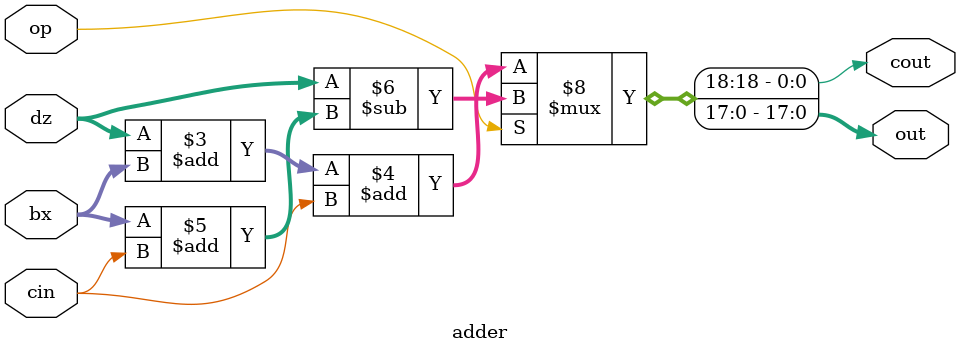
<source format=v>
module adder #(
    parameter width =18
) (
    input [width-1:0]dz,bx,input op,cin,output reg[width-1:0]out,output reg cout
);
    always @(*) begin
        if(~op)
        {cout,out}=dz+bx+cin;
        else
        {cout,out}=dz-(bx+cin);
    end
endmodule
</source>
